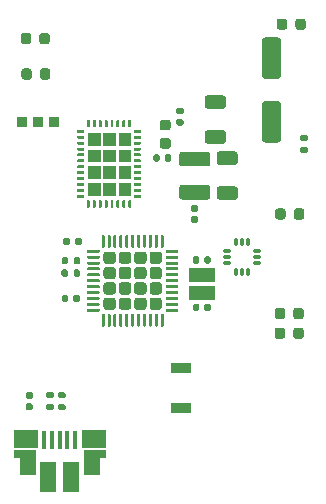
<source format=gbr>
%TF.GenerationSoftware,KiCad,Pcbnew,(5.1.9)-1*%
%TF.CreationDate,2021-05-05T16:58:35+02:00*%
%TF.ProjectId,Driverino,44726976-6572-4696-9e6f-2e6b69636164,rev?*%
%TF.SameCoordinates,Original*%
%TF.FileFunction,Paste,Top*%
%TF.FilePolarity,Positive*%
%FSLAX46Y46*%
G04 Gerber Fmt 4.6, Leading zero omitted, Abs format (unit mm)*
G04 Created by KiCad (PCBNEW (5.1.9)-1) date 2021-05-05 16:58:35*
%MOMM*%
%LPD*%
G01*
G04 APERTURE LIST*
%ADD10C,0.100000*%
%ADD11R,0.900000X0.900000*%
%ADD12R,2.200000X1.150000*%
%ADD13R,1.350000X2.000000*%
%ADD14R,1.825000X0.700000*%
%ADD15R,2.000000X1.500000*%
%ADD16R,0.400000X1.650000*%
%ADD17R,1.430000X2.500000*%
%ADD18R,1.700000X0.900000*%
%ADD19O,0.800000X0.300000*%
%ADD20O,0.300000X0.800000*%
G04 APERTURE END LIST*
D10*
%TO.C,U3*%
G36*
X140000000Y-90600000D02*
G01*
X141000000Y-90600000D01*
X141000000Y-91600000D01*
X140000000Y-91600000D01*
X140000000Y-90600000D01*
G37*
X140000000Y-90600000D02*
X141000000Y-90600000D01*
X141000000Y-91600000D01*
X140000000Y-91600000D01*
X140000000Y-90600000D01*
G36*
X141300000Y-90600000D02*
G01*
X142300000Y-90600000D01*
X142300000Y-91600000D01*
X141300000Y-91600000D01*
X141300000Y-90600000D01*
G37*
X141300000Y-90600000D02*
X142300000Y-90600000D01*
X142300000Y-91600000D01*
X141300000Y-91600000D01*
X141300000Y-90600000D01*
G36*
X138700000Y-90600000D02*
G01*
X139700000Y-90600000D01*
X139700000Y-91600000D01*
X138700000Y-91600000D01*
X138700000Y-90600000D01*
G37*
X138700000Y-90600000D02*
X139700000Y-90600000D01*
X139700000Y-91600000D01*
X138700000Y-91600000D01*
X138700000Y-90600000D01*
G36*
X138700000Y-89200000D02*
G01*
X139700000Y-89200000D01*
X139700000Y-90200000D01*
X138700000Y-90200000D01*
X138700000Y-89200000D01*
G37*
X138700000Y-89200000D02*
X139700000Y-89200000D01*
X139700000Y-90200000D01*
X138700000Y-90200000D01*
X138700000Y-89200000D01*
G36*
X140000000Y-89200000D02*
G01*
X141000000Y-89200000D01*
X141000000Y-90200000D01*
X140000000Y-90200000D01*
X140000000Y-89200000D01*
G37*
X140000000Y-89200000D02*
X141000000Y-89200000D01*
X141000000Y-90200000D01*
X140000000Y-90200000D01*
X140000000Y-89200000D01*
G36*
X141300000Y-89200000D02*
G01*
X142300000Y-89200000D01*
X142300000Y-90200000D01*
X141300000Y-90200000D01*
X141300000Y-89200000D01*
G37*
X141300000Y-89200000D02*
X142300000Y-89200000D01*
X142300000Y-90200000D01*
X141300000Y-90200000D01*
X141300000Y-89200000D01*
G36*
X138700000Y-87800000D02*
G01*
X139700000Y-87800000D01*
X139700000Y-88800000D01*
X138700000Y-88800000D01*
X138700000Y-87800000D01*
G37*
X138700000Y-87800000D02*
X139700000Y-87800000D01*
X139700000Y-88800000D01*
X138700000Y-88800000D01*
X138700000Y-87800000D01*
G36*
X140000000Y-87800000D02*
G01*
X141000000Y-87800000D01*
X141000000Y-88800000D01*
X140000000Y-88800000D01*
X140000000Y-87800000D01*
G37*
X140000000Y-87800000D02*
X141000000Y-87800000D01*
X141000000Y-88800000D01*
X140000000Y-88800000D01*
X140000000Y-87800000D01*
G36*
X141300000Y-87800000D02*
G01*
X142300000Y-87800000D01*
X142300000Y-88800000D01*
X141300000Y-88800000D01*
X141300000Y-87800000D01*
G37*
X141300000Y-87800000D02*
X142300000Y-87800000D01*
X142300000Y-88800000D01*
X141300000Y-88800000D01*
X141300000Y-87800000D01*
G36*
X138700000Y-86400000D02*
G01*
X139700000Y-86400000D01*
X139700000Y-87400000D01*
X138700000Y-87400000D01*
X138700000Y-86400000D01*
G37*
X138700000Y-86400000D02*
X139700000Y-86400000D01*
X139700000Y-87400000D01*
X138700000Y-87400000D01*
X138700000Y-86400000D01*
G36*
X141300000Y-86400000D02*
G01*
X142300000Y-86400000D01*
X142300000Y-87400000D01*
X141300000Y-87400000D01*
X141300000Y-86400000D01*
G37*
X141300000Y-86400000D02*
X142300000Y-86400000D01*
X142300000Y-87400000D01*
X141300000Y-87400000D01*
X141300000Y-86400000D01*
G36*
X140000000Y-86400000D02*
G01*
X141000000Y-86400000D01*
X141000000Y-87400000D01*
X140000000Y-87400000D01*
X140000000Y-86400000D01*
G37*
X140000000Y-86400000D02*
X141000000Y-86400000D01*
X141000000Y-87400000D01*
X140000000Y-87400000D01*
X140000000Y-86400000D01*
%TD*%
%TO.C,F1*%
G36*
G01*
X133577500Y-109290000D02*
X133922500Y-109290000D01*
G75*
G02*
X134070000Y-109437500I0J-147500D01*
G01*
X134070000Y-109732500D01*
G75*
G02*
X133922500Y-109880000I-147500J0D01*
G01*
X133577500Y-109880000D01*
G75*
G02*
X133430000Y-109732500I0J147500D01*
G01*
X133430000Y-109437500D01*
G75*
G02*
X133577500Y-109290000I147500J0D01*
G01*
G37*
G36*
G01*
X133577500Y-108320000D02*
X133922500Y-108320000D01*
G75*
G02*
X134070000Y-108467500I0J-147500D01*
G01*
X134070000Y-108762500D01*
G75*
G02*
X133922500Y-108910000I-147500J0D01*
G01*
X133577500Y-108910000D01*
G75*
G02*
X133430000Y-108762500I0J147500D01*
G01*
X133430000Y-108467500D01*
G75*
G02*
X133577500Y-108320000I147500J0D01*
G01*
G37*
%TD*%
D11*
%TO.C,JP2*%
X133100000Y-85450000D03*
X135800000Y-85450000D03*
X134450000Y-85450000D03*
%TD*%
D12*
%TO.C,Y1*%
X148350000Y-98375000D03*
X148350000Y-99925000D03*
%TD*%
%TO.C,U3*%
G36*
G01*
X142650000Y-91625000D02*
X143150000Y-91625000D01*
G75*
G02*
X143200000Y-91675000I0J-50000D01*
G01*
X143200000Y-91825000D01*
G75*
G02*
X143150000Y-91875000I-50000J0D01*
G01*
X142650000Y-91875000D01*
G75*
G02*
X142600000Y-91825000I0J50000D01*
G01*
X142600000Y-91675000D01*
G75*
G02*
X142650000Y-91625000I50000J0D01*
G01*
G37*
G36*
G01*
X142650000Y-91125000D02*
X143150000Y-91125000D01*
G75*
G02*
X143200000Y-91175000I0J-50000D01*
G01*
X143200000Y-91325000D01*
G75*
G02*
X143150000Y-91375000I-50000J0D01*
G01*
X142650000Y-91375000D01*
G75*
G02*
X142600000Y-91325000I0J50000D01*
G01*
X142600000Y-91175000D01*
G75*
G02*
X142650000Y-91125000I50000J0D01*
G01*
G37*
G36*
G01*
X142650000Y-90625000D02*
X143150000Y-90625000D01*
G75*
G02*
X143200000Y-90675000I0J-50000D01*
G01*
X143200000Y-90825000D01*
G75*
G02*
X143150000Y-90875000I-50000J0D01*
G01*
X142650000Y-90875000D01*
G75*
G02*
X142600000Y-90825000I0J50000D01*
G01*
X142600000Y-90675000D01*
G75*
G02*
X142650000Y-90625000I50000J0D01*
G01*
G37*
G36*
G01*
X142650000Y-90125000D02*
X143150000Y-90125000D01*
G75*
G02*
X143200000Y-90175000I0J-50000D01*
G01*
X143200000Y-90325000D01*
G75*
G02*
X143150000Y-90375000I-50000J0D01*
G01*
X142650000Y-90375000D01*
G75*
G02*
X142600000Y-90325000I0J50000D01*
G01*
X142600000Y-90175000D01*
G75*
G02*
X142650000Y-90125000I50000J0D01*
G01*
G37*
G36*
G01*
X142650000Y-89625000D02*
X143150000Y-89625000D01*
G75*
G02*
X143200000Y-89675000I0J-50000D01*
G01*
X143200000Y-89825000D01*
G75*
G02*
X143150000Y-89875000I-50000J0D01*
G01*
X142650000Y-89875000D01*
G75*
G02*
X142600000Y-89825000I0J50000D01*
G01*
X142600000Y-89675000D01*
G75*
G02*
X142650000Y-89625000I50000J0D01*
G01*
G37*
G36*
G01*
X142650000Y-89125000D02*
X143150000Y-89125000D01*
G75*
G02*
X143200000Y-89175000I0J-50000D01*
G01*
X143200000Y-89325000D01*
G75*
G02*
X143150000Y-89375000I-50000J0D01*
G01*
X142650000Y-89375000D01*
G75*
G02*
X142600000Y-89325000I0J50000D01*
G01*
X142600000Y-89175000D01*
G75*
G02*
X142650000Y-89125000I50000J0D01*
G01*
G37*
G36*
G01*
X142650000Y-88625000D02*
X143150000Y-88625000D01*
G75*
G02*
X143200000Y-88675000I0J-50000D01*
G01*
X143200000Y-88825000D01*
G75*
G02*
X143150000Y-88875000I-50000J0D01*
G01*
X142650000Y-88875000D01*
G75*
G02*
X142600000Y-88825000I0J50000D01*
G01*
X142600000Y-88675000D01*
G75*
G02*
X142650000Y-88625000I50000J0D01*
G01*
G37*
G36*
G01*
X142650000Y-88125000D02*
X143150000Y-88125000D01*
G75*
G02*
X143200000Y-88175000I0J-50000D01*
G01*
X143200000Y-88325000D01*
G75*
G02*
X143150000Y-88375000I-50000J0D01*
G01*
X142650000Y-88375000D01*
G75*
G02*
X142600000Y-88325000I0J50000D01*
G01*
X142600000Y-88175000D01*
G75*
G02*
X142650000Y-88125000I50000J0D01*
G01*
G37*
G36*
G01*
X142650000Y-87625000D02*
X143150000Y-87625000D01*
G75*
G02*
X143200000Y-87675000I0J-50000D01*
G01*
X143200000Y-87825000D01*
G75*
G02*
X143150000Y-87875000I-50000J0D01*
G01*
X142650000Y-87875000D01*
G75*
G02*
X142600000Y-87825000I0J50000D01*
G01*
X142600000Y-87675000D01*
G75*
G02*
X142650000Y-87625000I50000J0D01*
G01*
G37*
G36*
G01*
X142650000Y-87125000D02*
X143150000Y-87125000D01*
G75*
G02*
X143200000Y-87175000I0J-50000D01*
G01*
X143200000Y-87325000D01*
G75*
G02*
X143150000Y-87375000I-50000J0D01*
G01*
X142650000Y-87375000D01*
G75*
G02*
X142600000Y-87325000I0J50000D01*
G01*
X142600000Y-87175000D01*
G75*
G02*
X142650000Y-87125000I50000J0D01*
G01*
G37*
G36*
G01*
X142650000Y-86625000D02*
X143150000Y-86625000D01*
G75*
G02*
X143200000Y-86675000I0J-50000D01*
G01*
X143200000Y-86825000D01*
G75*
G02*
X143150000Y-86875000I-50000J0D01*
G01*
X142650000Y-86875000D01*
G75*
G02*
X142600000Y-86825000I0J50000D01*
G01*
X142600000Y-86675000D01*
G75*
G02*
X142650000Y-86625000I50000J0D01*
G01*
G37*
G36*
G01*
X142650000Y-86125000D02*
X143150000Y-86125000D01*
G75*
G02*
X143200000Y-86175000I0J-50000D01*
G01*
X143200000Y-86325000D01*
G75*
G02*
X143150000Y-86375000I-50000J0D01*
G01*
X142650000Y-86375000D01*
G75*
G02*
X142600000Y-86325000I0J50000D01*
G01*
X142600000Y-86175000D01*
G75*
G02*
X142650000Y-86125000I50000J0D01*
G01*
G37*
G36*
G01*
X142125000Y-85850000D02*
X142125000Y-85350000D01*
G75*
G02*
X142175000Y-85300000I50000J0D01*
G01*
X142325000Y-85300000D01*
G75*
G02*
X142375000Y-85350000I0J-50000D01*
G01*
X142375000Y-85850000D01*
G75*
G02*
X142325000Y-85900000I-50000J0D01*
G01*
X142175000Y-85900000D01*
G75*
G02*
X142125000Y-85850000I0J50000D01*
G01*
G37*
G36*
G01*
X141625000Y-85850000D02*
X141625000Y-85350000D01*
G75*
G02*
X141675000Y-85300000I50000J0D01*
G01*
X141825000Y-85300000D01*
G75*
G02*
X141875000Y-85350000I0J-50000D01*
G01*
X141875000Y-85850000D01*
G75*
G02*
X141825000Y-85900000I-50000J0D01*
G01*
X141675000Y-85900000D01*
G75*
G02*
X141625000Y-85850000I0J50000D01*
G01*
G37*
G36*
G01*
X141125000Y-85850000D02*
X141125000Y-85350000D01*
G75*
G02*
X141175000Y-85300000I50000J0D01*
G01*
X141325000Y-85300000D01*
G75*
G02*
X141375000Y-85350000I0J-50000D01*
G01*
X141375000Y-85850000D01*
G75*
G02*
X141325000Y-85900000I-50000J0D01*
G01*
X141175000Y-85900000D01*
G75*
G02*
X141125000Y-85850000I0J50000D01*
G01*
G37*
G36*
G01*
X140625000Y-85850000D02*
X140625000Y-85350000D01*
G75*
G02*
X140675000Y-85300000I50000J0D01*
G01*
X140825000Y-85300000D01*
G75*
G02*
X140875000Y-85350000I0J-50000D01*
G01*
X140875000Y-85850000D01*
G75*
G02*
X140825000Y-85900000I-50000J0D01*
G01*
X140675000Y-85900000D01*
G75*
G02*
X140625000Y-85850000I0J50000D01*
G01*
G37*
G36*
G01*
X140125000Y-85850000D02*
X140125000Y-85350000D01*
G75*
G02*
X140175000Y-85300000I50000J0D01*
G01*
X140325000Y-85300000D01*
G75*
G02*
X140375000Y-85350000I0J-50000D01*
G01*
X140375000Y-85850000D01*
G75*
G02*
X140325000Y-85900000I-50000J0D01*
G01*
X140175000Y-85900000D01*
G75*
G02*
X140125000Y-85850000I0J50000D01*
G01*
G37*
G36*
G01*
X139625000Y-85850000D02*
X139625000Y-85350000D01*
G75*
G02*
X139675000Y-85300000I50000J0D01*
G01*
X139825000Y-85300000D01*
G75*
G02*
X139875000Y-85350000I0J-50000D01*
G01*
X139875000Y-85850000D01*
G75*
G02*
X139825000Y-85900000I-50000J0D01*
G01*
X139675000Y-85900000D01*
G75*
G02*
X139625000Y-85850000I0J50000D01*
G01*
G37*
G36*
G01*
X139125000Y-85850000D02*
X139125000Y-85350000D01*
G75*
G02*
X139175000Y-85300000I50000J0D01*
G01*
X139325000Y-85300000D01*
G75*
G02*
X139375000Y-85350000I0J-50000D01*
G01*
X139375000Y-85850000D01*
G75*
G02*
X139325000Y-85900000I-50000J0D01*
G01*
X139175000Y-85900000D01*
G75*
G02*
X139125000Y-85850000I0J50000D01*
G01*
G37*
G36*
G01*
X138625000Y-85850000D02*
X138625000Y-85350000D01*
G75*
G02*
X138675000Y-85300000I50000J0D01*
G01*
X138825000Y-85300000D01*
G75*
G02*
X138875000Y-85350000I0J-50000D01*
G01*
X138875000Y-85850000D01*
G75*
G02*
X138825000Y-85900000I-50000J0D01*
G01*
X138675000Y-85900000D01*
G75*
G02*
X138625000Y-85850000I0J50000D01*
G01*
G37*
G36*
G01*
X137850000Y-86125000D02*
X138350000Y-86125000D01*
G75*
G02*
X138400000Y-86175000I0J-50000D01*
G01*
X138400000Y-86325000D01*
G75*
G02*
X138350000Y-86375000I-50000J0D01*
G01*
X137850000Y-86375000D01*
G75*
G02*
X137800000Y-86325000I0J50000D01*
G01*
X137800000Y-86175000D01*
G75*
G02*
X137850000Y-86125000I50000J0D01*
G01*
G37*
G36*
G01*
X137850000Y-86625000D02*
X138350000Y-86625000D01*
G75*
G02*
X138400000Y-86675000I0J-50000D01*
G01*
X138400000Y-86825000D01*
G75*
G02*
X138350000Y-86875000I-50000J0D01*
G01*
X137850000Y-86875000D01*
G75*
G02*
X137800000Y-86825000I0J50000D01*
G01*
X137800000Y-86675000D01*
G75*
G02*
X137850000Y-86625000I50000J0D01*
G01*
G37*
G36*
G01*
X137850000Y-87125000D02*
X138350000Y-87125000D01*
G75*
G02*
X138400000Y-87175000I0J-50000D01*
G01*
X138400000Y-87325000D01*
G75*
G02*
X138350000Y-87375000I-50000J0D01*
G01*
X137850000Y-87375000D01*
G75*
G02*
X137800000Y-87325000I0J50000D01*
G01*
X137800000Y-87175000D01*
G75*
G02*
X137850000Y-87125000I50000J0D01*
G01*
G37*
G36*
G01*
X137850000Y-87625000D02*
X138350000Y-87625000D01*
G75*
G02*
X138400000Y-87675000I0J-50000D01*
G01*
X138400000Y-87825000D01*
G75*
G02*
X138350000Y-87875000I-50000J0D01*
G01*
X137850000Y-87875000D01*
G75*
G02*
X137800000Y-87825000I0J50000D01*
G01*
X137800000Y-87675000D01*
G75*
G02*
X137850000Y-87625000I50000J0D01*
G01*
G37*
G36*
G01*
X137850000Y-88125000D02*
X138350000Y-88125000D01*
G75*
G02*
X138400000Y-88175000I0J-50000D01*
G01*
X138400000Y-88325000D01*
G75*
G02*
X138350000Y-88375000I-50000J0D01*
G01*
X137850000Y-88375000D01*
G75*
G02*
X137800000Y-88325000I0J50000D01*
G01*
X137800000Y-88175000D01*
G75*
G02*
X137850000Y-88125000I50000J0D01*
G01*
G37*
G36*
G01*
X137850000Y-88625000D02*
X138350000Y-88625000D01*
G75*
G02*
X138400000Y-88675000I0J-50000D01*
G01*
X138400000Y-88825000D01*
G75*
G02*
X138350000Y-88875000I-50000J0D01*
G01*
X137850000Y-88875000D01*
G75*
G02*
X137800000Y-88825000I0J50000D01*
G01*
X137800000Y-88675000D01*
G75*
G02*
X137850000Y-88625000I50000J0D01*
G01*
G37*
G36*
G01*
X137850000Y-89125000D02*
X138350000Y-89125000D01*
G75*
G02*
X138400000Y-89175000I0J-50000D01*
G01*
X138400000Y-89325000D01*
G75*
G02*
X138350000Y-89375000I-50000J0D01*
G01*
X137850000Y-89375000D01*
G75*
G02*
X137800000Y-89325000I0J50000D01*
G01*
X137800000Y-89175000D01*
G75*
G02*
X137850000Y-89125000I50000J0D01*
G01*
G37*
G36*
G01*
X137850000Y-89625000D02*
X138350000Y-89625000D01*
G75*
G02*
X138400000Y-89675000I0J-50000D01*
G01*
X138400000Y-89825000D01*
G75*
G02*
X138350000Y-89875000I-50000J0D01*
G01*
X137850000Y-89875000D01*
G75*
G02*
X137800000Y-89825000I0J50000D01*
G01*
X137800000Y-89675000D01*
G75*
G02*
X137850000Y-89625000I50000J0D01*
G01*
G37*
G36*
G01*
X137850000Y-90125000D02*
X138350000Y-90125000D01*
G75*
G02*
X138400000Y-90175000I0J-50000D01*
G01*
X138400000Y-90325000D01*
G75*
G02*
X138350000Y-90375000I-50000J0D01*
G01*
X137850000Y-90375000D01*
G75*
G02*
X137800000Y-90325000I0J50000D01*
G01*
X137800000Y-90175000D01*
G75*
G02*
X137850000Y-90125000I50000J0D01*
G01*
G37*
G36*
G01*
X137850000Y-90625000D02*
X138350000Y-90625000D01*
G75*
G02*
X138400000Y-90675000I0J-50000D01*
G01*
X138400000Y-90825000D01*
G75*
G02*
X138350000Y-90875000I-50000J0D01*
G01*
X137850000Y-90875000D01*
G75*
G02*
X137800000Y-90825000I0J50000D01*
G01*
X137800000Y-90675000D01*
G75*
G02*
X137850000Y-90625000I50000J0D01*
G01*
G37*
G36*
G01*
X137850000Y-91125000D02*
X138350000Y-91125000D01*
G75*
G02*
X138400000Y-91175000I0J-50000D01*
G01*
X138400000Y-91325000D01*
G75*
G02*
X138350000Y-91375000I-50000J0D01*
G01*
X137850000Y-91375000D01*
G75*
G02*
X137800000Y-91325000I0J50000D01*
G01*
X137800000Y-91175000D01*
G75*
G02*
X137850000Y-91125000I50000J0D01*
G01*
G37*
G36*
G01*
X137850000Y-91625000D02*
X138350000Y-91625000D01*
G75*
G02*
X138400000Y-91675000I0J-50000D01*
G01*
X138400000Y-91825000D01*
G75*
G02*
X138350000Y-91875000I-50000J0D01*
G01*
X137850000Y-91875000D01*
G75*
G02*
X137800000Y-91825000I0J50000D01*
G01*
X137800000Y-91675000D01*
G75*
G02*
X137850000Y-91625000I50000J0D01*
G01*
G37*
G36*
G01*
X138625000Y-92650000D02*
X138625000Y-92150000D01*
G75*
G02*
X138675000Y-92100000I50000J0D01*
G01*
X138825000Y-92100000D01*
G75*
G02*
X138875000Y-92150000I0J-50000D01*
G01*
X138875000Y-92650000D01*
G75*
G02*
X138825000Y-92700000I-50000J0D01*
G01*
X138675000Y-92700000D01*
G75*
G02*
X138625000Y-92650000I0J50000D01*
G01*
G37*
G36*
G01*
X139125000Y-92650000D02*
X139125000Y-92150000D01*
G75*
G02*
X139175000Y-92100000I50000J0D01*
G01*
X139325000Y-92100000D01*
G75*
G02*
X139375000Y-92150000I0J-50000D01*
G01*
X139375000Y-92650000D01*
G75*
G02*
X139325000Y-92700000I-50000J0D01*
G01*
X139175000Y-92700000D01*
G75*
G02*
X139125000Y-92650000I0J50000D01*
G01*
G37*
G36*
G01*
X139625000Y-92650000D02*
X139625000Y-92150000D01*
G75*
G02*
X139675000Y-92100000I50000J0D01*
G01*
X139825000Y-92100000D01*
G75*
G02*
X139875000Y-92150000I0J-50000D01*
G01*
X139875000Y-92650000D01*
G75*
G02*
X139825000Y-92700000I-50000J0D01*
G01*
X139675000Y-92700000D01*
G75*
G02*
X139625000Y-92650000I0J50000D01*
G01*
G37*
G36*
G01*
X140125000Y-92650000D02*
X140125000Y-92150000D01*
G75*
G02*
X140175000Y-92100000I50000J0D01*
G01*
X140325000Y-92100000D01*
G75*
G02*
X140375000Y-92150000I0J-50000D01*
G01*
X140375000Y-92650000D01*
G75*
G02*
X140325000Y-92700000I-50000J0D01*
G01*
X140175000Y-92700000D01*
G75*
G02*
X140125000Y-92650000I0J50000D01*
G01*
G37*
G36*
G01*
X140625000Y-92650000D02*
X140625000Y-92150000D01*
G75*
G02*
X140675000Y-92100000I50000J0D01*
G01*
X140825000Y-92100000D01*
G75*
G02*
X140875000Y-92150000I0J-50000D01*
G01*
X140875000Y-92650000D01*
G75*
G02*
X140825000Y-92700000I-50000J0D01*
G01*
X140675000Y-92700000D01*
G75*
G02*
X140625000Y-92650000I0J50000D01*
G01*
G37*
G36*
G01*
X141125000Y-92650000D02*
X141125000Y-92150000D01*
G75*
G02*
X141175000Y-92100000I50000J0D01*
G01*
X141325000Y-92100000D01*
G75*
G02*
X141375000Y-92150000I0J-50000D01*
G01*
X141375000Y-92650000D01*
G75*
G02*
X141325000Y-92700000I-50000J0D01*
G01*
X141175000Y-92700000D01*
G75*
G02*
X141125000Y-92650000I0J50000D01*
G01*
G37*
G36*
G01*
X141625000Y-92650000D02*
X141625000Y-92150000D01*
G75*
G02*
X141675000Y-92100000I50000J0D01*
G01*
X141825000Y-92100000D01*
G75*
G02*
X141875000Y-92150000I0J-50000D01*
G01*
X141875000Y-92650000D01*
G75*
G02*
X141825000Y-92700000I-50000J0D01*
G01*
X141675000Y-92700000D01*
G75*
G02*
X141625000Y-92650000I0J50000D01*
G01*
G37*
G36*
G01*
X142125000Y-92650000D02*
X142125000Y-92150000D01*
G75*
G02*
X142175000Y-92100000I50000J0D01*
G01*
X142325000Y-92100000D01*
G75*
G02*
X142375000Y-92150000I0J-50000D01*
G01*
X142375000Y-92650000D01*
G75*
G02*
X142325000Y-92700000I-50000J0D01*
G01*
X142175000Y-92700000D01*
G75*
G02*
X142125000Y-92650000I0J50000D01*
G01*
G37*
%TD*%
%TO.C,C8*%
G36*
G01*
X136490000Y-100570000D02*
X136490000Y-100230000D01*
G75*
G02*
X136630000Y-100090000I140000J0D01*
G01*
X136910000Y-100090000D01*
G75*
G02*
X137050000Y-100230000I0J-140000D01*
G01*
X137050000Y-100570000D01*
G75*
G02*
X136910000Y-100710000I-140000J0D01*
G01*
X136630000Y-100710000D01*
G75*
G02*
X136490000Y-100570000I0J140000D01*
G01*
G37*
G36*
G01*
X137450000Y-100570000D02*
X137450000Y-100230000D01*
G75*
G02*
X137590000Y-100090000I140000J0D01*
G01*
X137870000Y-100090000D01*
G75*
G02*
X138010000Y-100230000I0J-140000D01*
G01*
X138010000Y-100570000D01*
G75*
G02*
X137870000Y-100710000I-140000J0D01*
G01*
X137590000Y-100710000D01*
G75*
G02*
X137450000Y-100570000I0J140000D01*
G01*
G37*
%TD*%
%TO.C,C10*%
G36*
G01*
X147590000Y-101320000D02*
X147590000Y-100980000D01*
G75*
G02*
X147730000Y-100840000I140000J0D01*
G01*
X148010000Y-100840000D01*
G75*
G02*
X148150000Y-100980000I0J-140000D01*
G01*
X148150000Y-101320000D01*
G75*
G02*
X148010000Y-101460000I-140000J0D01*
G01*
X147730000Y-101460000D01*
G75*
G02*
X147590000Y-101320000I0J140000D01*
G01*
G37*
G36*
G01*
X148550000Y-101320000D02*
X148550000Y-100980000D01*
G75*
G02*
X148690000Y-100840000I140000J0D01*
G01*
X148970000Y-100840000D01*
G75*
G02*
X149110000Y-100980000I0J-140000D01*
G01*
X149110000Y-101320000D01*
G75*
G02*
X148970000Y-101460000I-140000J0D01*
G01*
X148690000Y-101460000D01*
G75*
G02*
X148550000Y-101320000I0J140000D01*
G01*
G37*
%TD*%
%TO.C,C11*%
G36*
G01*
X148550000Y-97320000D02*
X148550000Y-96980000D01*
G75*
G02*
X148690000Y-96840000I140000J0D01*
G01*
X148970000Y-96840000D01*
G75*
G02*
X149110000Y-96980000I0J-140000D01*
G01*
X149110000Y-97320000D01*
G75*
G02*
X148970000Y-97460000I-140000J0D01*
G01*
X148690000Y-97460000D01*
G75*
G02*
X148550000Y-97320000I0J140000D01*
G01*
G37*
G36*
G01*
X147590000Y-97320000D02*
X147590000Y-96980000D01*
G75*
G02*
X147730000Y-96840000I140000J0D01*
G01*
X148010000Y-96840000D01*
G75*
G02*
X148150000Y-96980000I0J-140000D01*
G01*
X148150000Y-97320000D01*
G75*
G02*
X148010000Y-97460000I-140000J0D01*
G01*
X147730000Y-97460000D01*
G75*
G02*
X147590000Y-97320000I0J140000D01*
G01*
G37*
%TD*%
%TO.C,C17*%
G36*
G01*
X154800000Y-87200000D02*
X153700000Y-87200000D01*
G75*
G02*
X153450000Y-86950000I0J250000D01*
G01*
X153450000Y-83950000D01*
G75*
G02*
X153700000Y-83700000I250000J0D01*
G01*
X154800000Y-83700000D01*
G75*
G02*
X155050000Y-83950000I0J-250000D01*
G01*
X155050000Y-86950000D01*
G75*
G02*
X154800000Y-87200000I-250000J0D01*
G01*
G37*
G36*
G01*
X154800000Y-81800000D02*
X153700000Y-81800000D01*
G75*
G02*
X153450000Y-81550000I0J250000D01*
G01*
X153450000Y-78550000D01*
G75*
G02*
X153700000Y-78300000I250000J0D01*
G01*
X154800000Y-78300000D01*
G75*
G02*
X155050000Y-78550000I0J-250000D01*
G01*
X155050000Y-81550000D01*
G75*
G02*
X154800000Y-81800000I-250000J0D01*
G01*
G37*
%TD*%
%TO.C,C18*%
G36*
G01*
X150150001Y-84350000D02*
X148849999Y-84350000D01*
G75*
G02*
X148600000Y-84100001I0J249999D01*
G01*
X148600000Y-83449999D01*
G75*
G02*
X148849999Y-83200000I249999J0D01*
G01*
X150150001Y-83200000D01*
G75*
G02*
X150400000Y-83449999I0J-249999D01*
G01*
X150400000Y-84100001D01*
G75*
G02*
X150150001Y-84350000I-249999J0D01*
G01*
G37*
G36*
G01*
X150150001Y-87300000D02*
X148849999Y-87300000D01*
G75*
G02*
X148600000Y-87050001I0J249999D01*
G01*
X148600000Y-86399999D01*
G75*
G02*
X148849999Y-86150000I249999J0D01*
G01*
X150150001Y-86150000D01*
G75*
G02*
X150400000Y-86399999I0J-249999D01*
G01*
X150400000Y-87050001D01*
G75*
G02*
X150150001Y-87300000I-249999J0D01*
G01*
G37*
%TD*%
%TO.C,C19*%
G36*
G01*
X145500000Y-87725000D02*
X145000000Y-87725000D01*
G75*
G02*
X144775000Y-87500000I0J225000D01*
G01*
X144775000Y-87050000D01*
G75*
G02*
X145000000Y-86825000I225000J0D01*
G01*
X145500000Y-86825000D01*
G75*
G02*
X145725000Y-87050000I0J-225000D01*
G01*
X145725000Y-87500000D01*
G75*
G02*
X145500000Y-87725000I-225000J0D01*
G01*
G37*
G36*
G01*
X145500000Y-86175000D02*
X145000000Y-86175000D01*
G75*
G02*
X144775000Y-85950000I0J225000D01*
G01*
X144775000Y-85500000D01*
G75*
G02*
X145000000Y-85275000I225000J0D01*
G01*
X145500000Y-85275000D01*
G75*
G02*
X145725000Y-85500000I0J-225000D01*
G01*
X145725000Y-85950000D01*
G75*
G02*
X145500000Y-86175000I-225000J0D01*
G01*
G37*
%TD*%
%TO.C,C20*%
G36*
G01*
X146670000Y-85760000D02*
X146330000Y-85760000D01*
G75*
G02*
X146190000Y-85620000I0J140000D01*
G01*
X146190000Y-85340000D01*
G75*
G02*
X146330000Y-85200000I140000J0D01*
G01*
X146670000Y-85200000D01*
G75*
G02*
X146810000Y-85340000I0J-140000D01*
G01*
X146810000Y-85620000D01*
G75*
G02*
X146670000Y-85760000I-140000J0D01*
G01*
G37*
G36*
G01*
X146670000Y-84800000D02*
X146330000Y-84800000D01*
G75*
G02*
X146190000Y-84660000I0J140000D01*
G01*
X146190000Y-84380000D01*
G75*
G02*
X146330000Y-84240000I140000J0D01*
G01*
X146670000Y-84240000D01*
G75*
G02*
X146810000Y-84380000I0J-140000D01*
G01*
X146810000Y-84660000D01*
G75*
G02*
X146670000Y-84800000I-140000J0D01*
G01*
G37*
%TD*%
%TO.C,C21*%
G36*
G01*
X145200000Y-88670000D02*
X145200000Y-88330000D01*
G75*
G02*
X145340000Y-88190000I140000J0D01*
G01*
X145620000Y-88190000D01*
G75*
G02*
X145760000Y-88330000I0J-140000D01*
G01*
X145760000Y-88670000D01*
G75*
G02*
X145620000Y-88810000I-140000J0D01*
G01*
X145340000Y-88810000D01*
G75*
G02*
X145200000Y-88670000I0J140000D01*
G01*
G37*
G36*
G01*
X144240000Y-88670000D02*
X144240000Y-88330000D01*
G75*
G02*
X144380000Y-88190000I140000J0D01*
G01*
X144660000Y-88190000D01*
G75*
G02*
X144800000Y-88330000I0J-140000D01*
G01*
X144800000Y-88670000D01*
G75*
G02*
X144660000Y-88810000I-140000J0D01*
G01*
X144380000Y-88810000D01*
G75*
G02*
X144240000Y-88670000I0J140000D01*
G01*
G37*
%TD*%
%TO.C,C22*%
G36*
G01*
X149849999Y-87950000D02*
X151150001Y-87950000D01*
G75*
G02*
X151400000Y-88199999I0J-249999D01*
G01*
X151400000Y-88850001D01*
G75*
G02*
X151150001Y-89100000I-249999J0D01*
G01*
X149849999Y-89100000D01*
G75*
G02*
X149600000Y-88850001I0J249999D01*
G01*
X149600000Y-88199999D01*
G75*
G02*
X149849999Y-87950000I249999J0D01*
G01*
G37*
G36*
G01*
X149849999Y-90900000D02*
X151150001Y-90900000D01*
G75*
G02*
X151400000Y-91149999I0J-249999D01*
G01*
X151400000Y-91800001D01*
G75*
G02*
X151150001Y-92050000I-249999J0D01*
G01*
X149849999Y-92050000D01*
G75*
G02*
X149600000Y-91800001I0J249999D01*
G01*
X149600000Y-91149999D01*
G75*
G02*
X149849999Y-90900000I249999J0D01*
G01*
G37*
%TD*%
%TO.C,D2*%
G36*
G01*
X156100000Y-101931250D02*
X156100000Y-101418750D01*
G75*
G02*
X156318750Y-101200000I218750J0D01*
G01*
X156756250Y-101200000D01*
G75*
G02*
X156975000Y-101418750I0J-218750D01*
G01*
X156975000Y-101931250D01*
G75*
G02*
X156756250Y-102150000I-218750J0D01*
G01*
X156318750Y-102150000D01*
G75*
G02*
X156100000Y-101931250I0J218750D01*
G01*
G37*
G36*
G01*
X154525000Y-101931250D02*
X154525000Y-101418750D01*
G75*
G02*
X154743750Y-101200000I218750J0D01*
G01*
X155181250Y-101200000D01*
G75*
G02*
X155400000Y-101418750I0J-218750D01*
G01*
X155400000Y-101931250D01*
G75*
G02*
X155181250Y-102150000I-218750J0D01*
G01*
X154743750Y-102150000D01*
G75*
G02*
X154525000Y-101931250I0J218750D01*
G01*
G37*
%TD*%
%TO.C,D3*%
G36*
G01*
X156150000Y-93506250D02*
X156150000Y-92993750D01*
G75*
G02*
X156368750Y-92775000I218750J0D01*
G01*
X156806250Y-92775000D01*
G75*
G02*
X157025000Y-92993750I0J-218750D01*
G01*
X157025000Y-93506250D01*
G75*
G02*
X156806250Y-93725000I-218750J0D01*
G01*
X156368750Y-93725000D01*
G75*
G02*
X156150000Y-93506250I0J218750D01*
G01*
G37*
G36*
G01*
X154575000Y-93506250D02*
X154575000Y-92993750D01*
G75*
G02*
X154793750Y-92775000I218750J0D01*
G01*
X155231250Y-92775000D01*
G75*
G02*
X155450000Y-92993750I0J-218750D01*
G01*
X155450000Y-93506250D01*
G75*
G02*
X155231250Y-93725000I-218750J0D01*
G01*
X154793750Y-93725000D01*
G75*
G02*
X154575000Y-93506250I0J218750D01*
G01*
G37*
%TD*%
%TO.C,D5*%
G36*
G01*
X135475000Y-78143750D02*
X135475000Y-78656250D01*
G75*
G02*
X135256250Y-78875000I-218750J0D01*
G01*
X134818750Y-78875000D01*
G75*
G02*
X134600000Y-78656250I0J218750D01*
G01*
X134600000Y-78143750D01*
G75*
G02*
X134818750Y-77925000I218750J0D01*
G01*
X135256250Y-77925000D01*
G75*
G02*
X135475000Y-78143750I0J-218750D01*
G01*
G37*
G36*
G01*
X133900000Y-78143750D02*
X133900000Y-78656250D01*
G75*
G02*
X133681250Y-78875000I-218750J0D01*
G01*
X133243750Y-78875000D01*
G75*
G02*
X133025000Y-78656250I0J218750D01*
G01*
X133025000Y-78143750D01*
G75*
G02*
X133243750Y-77925000I218750J0D01*
G01*
X133681250Y-77925000D01*
G75*
G02*
X133900000Y-78143750I0J-218750D01*
G01*
G37*
%TD*%
%TO.C,D6*%
G36*
G01*
X154525000Y-103606250D02*
X154525000Y-103093750D01*
G75*
G02*
X154743750Y-102875000I218750J0D01*
G01*
X155181250Y-102875000D01*
G75*
G02*
X155400000Y-103093750I0J-218750D01*
G01*
X155400000Y-103606250D01*
G75*
G02*
X155181250Y-103825000I-218750J0D01*
G01*
X154743750Y-103825000D01*
G75*
G02*
X154525000Y-103606250I0J218750D01*
G01*
G37*
G36*
G01*
X156100000Y-103606250D02*
X156100000Y-103093750D01*
G75*
G02*
X156318750Y-102875000I218750J0D01*
G01*
X156756250Y-102875000D01*
G75*
G02*
X156975000Y-103093750I0J-218750D01*
G01*
X156975000Y-103606250D01*
G75*
G02*
X156756250Y-103825000I-218750J0D01*
G01*
X156318750Y-103825000D01*
G75*
G02*
X156100000Y-103606250I0J218750D01*
G01*
G37*
%TD*%
%TO.C,D7*%
G36*
G01*
X156275000Y-77431250D02*
X156275000Y-76918750D01*
G75*
G02*
X156493750Y-76700000I218750J0D01*
G01*
X156931250Y-76700000D01*
G75*
G02*
X157150000Y-76918750I0J-218750D01*
G01*
X157150000Y-77431250D01*
G75*
G02*
X156931250Y-77650000I-218750J0D01*
G01*
X156493750Y-77650000D01*
G75*
G02*
X156275000Y-77431250I0J218750D01*
G01*
G37*
G36*
G01*
X154700000Y-77431250D02*
X154700000Y-76918750D01*
G75*
G02*
X154918750Y-76700000I218750J0D01*
G01*
X155356250Y-76700000D01*
G75*
G02*
X155575000Y-76918750I0J-218750D01*
G01*
X155575000Y-77431250D01*
G75*
G02*
X155356250Y-77650000I-218750J0D01*
G01*
X154918750Y-77650000D01*
G75*
G02*
X154700000Y-77431250I0J218750D01*
G01*
G37*
%TD*%
%TO.C,D8*%
G36*
G01*
X135525000Y-81143750D02*
X135525000Y-81656250D01*
G75*
G02*
X135306250Y-81875000I-218750J0D01*
G01*
X134868750Y-81875000D01*
G75*
G02*
X134650000Y-81656250I0J218750D01*
G01*
X134650000Y-81143750D01*
G75*
G02*
X134868750Y-80925000I218750J0D01*
G01*
X135306250Y-80925000D01*
G75*
G02*
X135525000Y-81143750I0J-218750D01*
G01*
G37*
G36*
G01*
X133950000Y-81143750D02*
X133950000Y-81656250D01*
G75*
G02*
X133731250Y-81875000I-218750J0D01*
G01*
X133293750Y-81875000D01*
G75*
G02*
X133075000Y-81656250I0J218750D01*
G01*
X133075000Y-81143750D01*
G75*
G02*
X133293750Y-80925000I218750J0D01*
G01*
X133731250Y-80925000D01*
G75*
G02*
X133950000Y-81143750I0J-218750D01*
G01*
G37*
%TD*%
%TO.C,F2*%
G36*
G01*
X147922500Y-94030000D02*
X147577500Y-94030000D01*
G75*
G02*
X147430000Y-93882500I0J147500D01*
G01*
X147430000Y-93587500D01*
G75*
G02*
X147577500Y-93440000I147500J0D01*
G01*
X147922500Y-93440000D01*
G75*
G02*
X148070000Y-93587500I0J-147500D01*
G01*
X148070000Y-93882500D01*
G75*
G02*
X147922500Y-94030000I-147500J0D01*
G01*
G37*
G36*
G01*
X147922500Y-93060000D02*
X147577500Y-93060000D01*
G75*
G02*
X147430000Y-92912500I0J147500D01*
G01*
X147430000Y-92617500D01*
G75*
G02*
X147577500Y-92470000I147500J0D01*
G01*
X147922500Y-92470000D01*
G75*
G02*
X148070000Y-92617500I0J-147500D01*
G01*
X148070000Y-92912500D01*
G75*
G02*
X147922500Y-93060000I-147500J0D01*
G01*
G37*
%TD*%
%TO.C,L2*%
G36*
G01*
X146675000Y-87975000D02*
X148825000Y-87975000D01*
G75*
G02*
X149075000Y-88225000I0J-250000D01*
G01*
X149075000Y-88975000D01*
G75*
G02*
X148825000Y-89225000I-250000J0D01*
G01*
X146675000Y-89225000D01*
G75*
G02*
X146425000Y-88975000I0J250000D01*
G01*
X146425000Y-88225000D01*
G75*
G02*
X146675000Y-87975000I250000J0D01*
G01*
G37*
G36*
G01*
X146675000Y-90775000D02*
X148825000Y-90775000D01*
G75*
G02*
X149075000Y-91025000I0J-250000D01*
G01*
X149075000Y-91775000D01*
G75*
G02*
X148825000Y-92025000I-250000J0D01*
G01*
X146675000Y-92025000D01*
G75*
G02*
X146425000Y-91775000I0J250000D01*
G01*
X146425000Y-91025000D01*
G75*
G02*
X146675000Y-90775000I250000J0D01*
G01*
G37*
%TD*%
D13*
%TO.C,P3*%
X139075000Y-114335000D03*
X133595000Y-114335000D03*
D14*
X133375000Y-113585000D03*
X139325000Y-113585000D03*
D15*
X133475000Y-112285000D03*
X139225000Y-112265000D03*
D16*
X135025000Y-112385000D03*
X135675000Y-112385000D03*
X136325000Y-112385000D03*
X136975000Y-112385000D03*
X137625000Y-112385000D03*
D17*
X135365000Y-115535000D03*
X137285000Y-115535000D03*
%TD*%
%TO.C,R4*%
G36*
G01*
X137035000Y-97015000D02*
X137035000Y-97385000D01*
G75*
G02*
X136900000Y-97520000I-135000J0D01*
G01*
X136630000Y-97520000D01*
G75*
G02*
X136495000Y-97385000I0J135000D01*
G01*
X136495000Y-97015000D01*
G75*
G02*
X136630000Y-96880000I135000J0D01*
G01*
X136900000Y-96880000D01*
G75*
G02*
X137035000Y-97015000I0J-135000D01*
G01*
G37*
G36*
G01*
X138055000Y-97015000D02*
X138055000Y-97385000D01*
G75*
G02*
X137920000Y-97520000I-135000J0D01*
G01*
X137650000Y-97520000D01*
G75*
G02*
X137515000Y-97385000I0J135000D01*
G01*
X137515000Y-97015000D01*
G75*
G02*
X137650000Y-96880000I135000J0D01*
G01*
X137920000Y-96880000D01*
G75*
G02*
X138055000Y-97015000I0J-135000D01*
G01*
G37*
%TD*%
%TO.C,R7*%
G36*
G01*
X137640000Y-95747500D02*
X137640000Y-95377500D01*
G75*
G02*
X137775000Y-95242500I135000J0D01*
G01*
X138045000Y-95242500D01*
G75*
G02*
X138180000Y-95377500I0J-135000D01*
G01*
X138180000Y-95747500D01*
G75*
G02*
X138045000Y-95882500I-135000J0D01*
G01*
X137775000Y-95882500D01*
G75*
G02*
X137640000Y-95747500I0J135000D01*
G01*
G37*
G36*
G01*
X136620000Y-95747500D02*
X136620000Y-95377500D01*
G75*
G02*
X136755000Y-95242500I135000J0D01*
G01*
X137025000Y-95242500D01*
G75*
G02*
X137160000Y-95377500I0J-135000D01*
G01*
X137160000Y-95747500D01*
G75*
G02*
X137025000Y-95882500I-135000J0D01*
G01*
X136755000Y-95882500D01*
G75*
G02*
X136620000Y-95747500I0J135000D01*
G01*
G37*
%TD*%
%TO.C,R8*%
G36*
G01*
X138030000Y-98065000D02*
X138030000Y-98435000D01*
G75*
G02*
X137895000Y-98570000I-135000J0D01*
G01*
X137625000Y-98570000D01*
G75*
G02*
X137490000Y-98435000I0J135000D01*
G01*
X137490000Y-98065000D01*
G75*
G02*
X137625000Y-97930000I135000J0D01*
G01*
X137895000Y-97930000D01*
G75*
G02*
X138030000Y-98065000I0J-135000D01*
G01*
G37*
G36*
G01*
X137010000Y-98065000D02*
X137010000Y-98435000D01*
G75*
G02*
X136875000Y-98570000I-135000J0D01*
G01*
X136605000Y-98570000D01*
G75*
G02*
X136470000Y-98435000I0J135000D01*
G01*
X136470000Y-98065000D01*
G75*
G02*
X136605000Y-97930000I135000J0D01*
G01*
X136875000Y-97930000D01*
G75*
G02*
X137010000Y-98065000I0J-135000D01*
G01*
G37*
%TD*%
%TO.C,R12*%
G36*
G01*
X135685000Y-109880000D02*
X135315000Y-109880000D01*
G75*
G02*
X135180000Y-109745000I0J135000D01*
G01*
X135180000Y-109475000D01*
G75*
G02*
X135315000Y-109340000I135000J0D01*
G01*
X135685000Y-109340000D01*
G75*
G02*
X135820000Y-109475000I0J-135000D01*
G01*
X135820000Y-109745000D01*
G75*
G02*
X135685000Y-109880000I-135000J0D01*
G01*
G37*
G36*
G01*
X135685000Y-108860000D02*
X135315000Y-108860000D01*
G75*
G02*
X135180000Y-108725000I0J135000D01*
G01*
X135180000Y-108455000D01*
G75*
G02*
X135315000Y-108320000I135000J0D01*
G01*
X135685000Y-108320000D01*
G75*
G02*
X135820000Y-108455000I0J-135000D01*
G01*
X135820000Y-108725000D01*
G75*
G02*
X135685000Y-108860000I-135000J0D01*
G01*
G37*
%TD*%
%TO.C,R13*%
G36*
G01*
X136685000Y-109880000D02*
X136315000Y-109880000D01*
G75*
G02*
X136180000Y-109745000I0J135000D01*
G01*
X136180000Y-109475000D01*
G75*
G02*
X136315000Y-109340000I135000J0D01*
G01*
X136685000Y-109340000D01*
G75*
G02*
X136820000Y-109475000I0J-135000D01*
G01*
X136820000Y-109745000D01*
G75*
G02*
X136685000Y-109880000I-135000J0D01*
G01*
G37*
G36*
G01*
X136685000Y-108860000D02*
X136315000Y-108860000D01*
G75*
G02*
X136180000Y-108725000I0J135000D01*
G01*
X136180000Y-108455000D01*
G75*
G02*
X136315000Y-108320000I135000J0D01*
G01*
X136685000Y-108320000D01*
G75*
G02*
X136820000Y-108455000I0J-135000D01*
G01*
X136820000Y-108725000D01*
G75*
G02*
X136685000Y-108860000I-135000J0D01*
G01*
G37*
%TD*%
%TO.C,R26*%
G36*
G01*
X156815000Y-87540000D02*
X157185000Y-87540000D01*
G75*
G02*
X157320000Y-87675000I0J-135000D01*
G01*
X157320000Y-87945000D01*
G75*
G02*
X157185000Y-88080000I-135000J0D01*
G01*
X156815000Y-88080000D01*
G75*
G02*
X156680000Y-87945000I0J135000D01*
G01*
X156680000Y-87675000D01*
G75*
G02*
X156815000Y-87540000I135000J0D01*
G01*
G37*
G36*
G01*
X156815000Y-86520000D02*
X157185000Y-86520000D01*
G75*
G02*
X157320000Y-86655000I0J-135000D01*
G01*
X157320000Y-86925000D01*
G75*
G02*
X157185000Y-87060000I-135000J0D01*
G01*
X156815000Y-87060000D01*
G75*
G02*
X156680000Y-86925000I0J135000D01*
G01*
X156680000Y-86655000D01*
G75*
G02*
X156815000Y-86520000I135000J0D01*
G01*
G37*
%TD*%
D18*
%TO.C,SW1*%
X146550000Y-106250000D03*
X146550000Y-109650000D03*
%TD*%
%TO.C,U1*%
G36*
G01*
X140062500Y-102775000D02*
X139937500Y-102775000D01*
G75*
G02*
X139875000Y-102712500I0J62500D01*
G01*
X139875000Y-101762500D01*
G75*
G02*
X139937500Y-101700000I62500J0D01*
G01*
X140062500Y-101700000D01*
G75*
G02*
X140125000Y-101762500I0J-62500D01*
G01*
X140125000Y-102712500D01*
G75*
G02*
X140062500Y-102775000I-62500J0D01*
G01*
G37*
G36*
G01*
X140562500Y-102775000D02*
X140437500Y-102775000D01*
G75*
G02*
X140375000Y-102712500I0J62500D01*
G01*
X140375000Y-101762500D01*
G75*
G02*
X140437500Y-101700000I62500J0D01*
G01*
X140562500Y-101700000D01*
G75*
G02*
X140625000Y-101762500I0J-62500D01*
G01*
X140625000Y-102712500D01*
G75*
G02*
X140562500Y-102775000I-62500J0D01*
G01*
G37*
G36*
G01*
X141062500Y-102775000D02*
X140937500Y-102775000D01*
G75*
G02*
X140875000Y-102712500I0J62500D01*
G01*
X140875000Y-101762500D01*
G75*
G02*
X140937500Y-101700000I62500J0D01*
G01*
X141062500Y-101700000D01*
G75*
G02*
X141125000Y-101762500I0J-62500D01*
G01*
X141125000Y-102712500D01*
G75*
G02*
X141062500Y-102775000I-62500J0D01*
G01*
G37*
G36*
G01*
X141562500Y-102775000D02*
X141437500Y-102775000D01*
G75*
G02*
X141375000Y-102712500I0J62500D01*
G01*
X141375000Y-101762500D01*
G75*
G02*
X141437500Y-101700000I62500J0D01*
G01*
X141562500Y-101700000D01*
G75*
G02*
X141625000Y-101762500I0J-62500D01*
G01*
X141625000Y-102712500D01*
G75*
G02*
X141562500Y-102775000I-62500J0D01*
G01*
G37*
G36*
G01*
X142062500Y-102775000D02*
X141937500Y-102775000D01*
G75*
G02*
X141875000Y-102712500I0J62500D01*
G01*
X141875000Y-101762500D01*
G75*
G02*
X141937500Y-101700000I62500J0D01*
G01*
X142062500Y-101700000D01*
G75*
G02*
X142125000Y-101762500I0J-62500D01*
G01*
X142125000Y-102712500D01*
G75*
G02*
X142062500Y-102775000I-62500J0D01*
G01*
G37*
G36*
G01*
X142562500Y-102775000D02*
X142437500Y-102775000D01*
G75*
G02*
X142375000Y-102712500I0J62500D01*
G01*
X142375000Y-101762500D01*
G75*
G02*
X142437500Y-101700000I62500J0D01*
G01*
X142562500Y-101700000D01*
G75*
G02*
X142625000Y-101762500I0J-62500D01*
G01*
X142625000Y-102712500D01*
G75*
G02*
X142562500Y-102775000I-62500J0D01*
G01*
G37*
G36*
G01*
X143062500Y-102775000D02*
X142937500Y-102775000D01*
G75*
G02*
X142875000Y-102712500I0J62500D01*
G01*
X142875000Y-101762500D01*
G75*
G02*
X142937500Y-101700000I62500J0D01*
G01*
X143062500Y-101700000D01*
G75*
G02*
X143125000Y-101762500I0J-62500D01*
G01*
X143125000Y-102712500D01*
G75*
G02*
X143062500Y-102775000I-62500J0D01*
G01*
G37*
G36*
G01*
X143562500Y-102775000D02*
X143437500Y-102775000D01*
G75*
G02*
X143375000Y-102712500I0J62500D01*
G01*
X143375000Y-101762500D01*
G75*
G02*
X143437500Y-101700000I62500J0D01*
G01*
X143562500Y-101700000D01*
G75*
G02*
X143625000Y-101762500I0J-62500D01*
G01*
X143625000Y-102712500D01*
G75*
G02*
X143562500Y-102775000I-62500J0D01*
G01*
G37*
G36*
G01*
X144062500Y-102775000D02*
X143937500Y-102775000D01*
G75*
G02*
X143875000Y-102712500I0J62500D01*
G01*
X143875000Y-101762500D01*
G75*
G02*
X143937500Y-101700000I62500J0D01*
G01*
X144062500Y-101700000D01*
G75*
G02*
X144125000Y-101762500I0J-62500D01*
G01*
X144125000Y-102712500D01*
G75*
G02*
X144062500Y-102775000I-62500J0D01*
G01*
G37*
G36*
G01*
X144562500Y-102775000D02*
X144437500Y-102775000D01*
G75*
G02*
X144375000Y-102712500I0J62500D01*
G01*
X144375000Y-101762500D01*
G75*
G02*
X144437500Y-101700000I62500J0D01*
G01*
X144562500Y-101700000D01*
G75*
G02*
X144625000Y-101762500I0J-62500D01*
G01*
X144625000Y-102712500D01*
G75*
G02*
X144562500Y-102775000I-62500J0D01*
G01*
G37*
G36*
G01*
X145062500Y-102775000D02*
X144937500Y-102775000D01*
G75*
G02*
X144875000Y-102712500I0J62500D01*
G01*
X144875000Y-101762500D01*
G75*
G02*
X144937500Y-101700000I62500J0D01*
G01*
X145062500Y-101700000D01*
G75*
G02*
X145125000Y-101762500I0J-62500D01*
G01*
X145125000Y-102712500D01*
G75*
G02*
X145062500Y-102775000I-62500J0D01*
G01*
G37*
G36*
G01*
X146312500Y-101525000D02*
X145362500Y-101525000D01*
G75*
G02*
X145300000Y-101462500I0J62500D01*
G01*
X145300000Y-101337500D01*
G75*
G02*
X145362500Y-101275000I62500J0D01*
G01*
X146312500Y-101275000D01*
G75*
G02*
X146375000Y-101337500I0J-62500D01*
G01*
X146375000Y-101462500D01*
G75*
G02*
X146312500Y-101525000I-62500J0D01*
G01*
G37*
G36*
G01*
X146312500Y-101025000D02*
X145362500Y-101025000D01*
G75*
G02*
X145300000Y-100962500I0J62500D01*
G01*
X145300000Y-100837500D01*
G75*
G02*
X145362500Y-100775000I62500J0D01*
G01*
X146312500Y-100775000D01*
G75*
G02*
X146375000Y-100837500I0J-62500D01*
G01*
X146375000Y-100962500D01*
G75*
G02*
X146312500Y-101025000I-62500J0D01*
G01*
G37*
G36*
G01*
X146312500Y-100525000D02*
X145362500Y-100525000D01*
G75*
G02*
X145300000Y-100462500I0J62500D01*
G01*
X145300000Y-100337500D01*
G75*
G02*
X145362500Y-100275000I62500J0D01*
G01*
X146312500Y-100275000D01*
G75*
G02*
X146375000Y-100337500I0J-62500D01*
G01*
X146375000Y-100462500D01*
G75*
G02*
X146312500Y-100525000I-62500J0D01*
G01*
G37*
G36*
G01*
X146312500Y-100025000D02*
X145362500Y-100025000D01*
G75*
G02*
X145300000Y-99962500I0J62500D01*
G01*
X145300000Y-99837500D01*
G75*
G02*
X145362500Y-99775000I62500J0D01*
G01*
X146312500Y-99775000D01*
G75*
G02*
X146375000Y-99837500I0J-62500D01*
G01*
X146375000Y-99962500D01*
G75*
G02*
X146312500Y-100025000I-62500J0D01*
G01*
G37*
G36*
G01*
X146312500Y-99525000D02*
X145362500Y-99525000D01*
G75*
G02*
X145300000Y-99462500I0J62500D01*
G01*
X145300000Y-99337500D01*
G75*
G02*
X145362500Y-99275000I62500J0D01*
G01*
X146312500Y-99275000D01*
G75*
G02*
X146375000Y-99337500I0J-62500D01*
G01*
X146375000Y-99462500D01*
G75*
G02*
X146312500Y-99525000I-62500J0D01*
G01*
G37*
G36*
G01*
X146312500Y-99025000D02*
X145362500Y-99025000D01*
G75*
G02*
X145300000Y-98962500I0J62500D01*
G01*
X145300000Y-98837500D01*
G75*
G02*
X145362500Y-98775000I62500J0D01*
G01*
X146312500Y-98775000D01*
G75*
G02*
X146375000Y-98837500I0J-62500D01*
G01*
X146375000Y-98962500D01*
G75*
G02*
X146312500Y-99025000I-62500J0D01*
G01*
G37*
G36*
G01*
X146312500Y-98525000D02*
X145362500Y-98525000D01*
G75*
G02*
X145300000Y-98462500I0J62500D01*
G01*
X145300000Y-98337500D01*
G75*
G02*
X145362500Y-98275000I62500J0D01*
G01*
X146312500Y-98275000D01*
G75*
G02*
X146375000Y-98337500I0J-62500D01*
G01*
X146375000Y-98462500D01*
G75*
G02*
X146312500Y-98525000I-62500J0D01*
G01*
G37*
G36*
G01*
X146312500Y-98025000D02*
X145362500Y-98025000D01*
G75*
G02*
X145300000Y-97962500I0J62500D01*
G01*
X145300000Y-97837500D01*
G75*
G02*
X145362500Y-97775000I62500J0D01*
G01*
X146312500Y-97775000D01*
G75*
G02*
X146375000Y-97837500I0J-62500D01*
G01*
X146375000Y-97962500D01*
G75*
G02*
X146312500Y-98025000I-62500J0D01*
G01*
G37*
G36*
G01*
X146312500Y-97525000D02*
X145362500Y-97525000D01*
G75*
G02*
X145300000Y-97462500I0J62500D01*
G01*
X145300000Y-97337500D01*
G75*
G02*
X145362500Y-97275000I62500J0D01*
G01*
X146312500Y-97275000D01*
G75*
G02*
X146375000Y-97337500I0J-62500D01*
G01*
X146375000Y-97462500D01*
G75*
G02*
X146312500Y-97525000I-62500J0D01*
G01*
G37*
G36*
G01*
X146312500Y-97025000D02*
X145362500Y-97025000D01*
G75*
G02*
X145300000Y-96962500I0J62500D01*
G01*
X145300000Y-96837500D01*
G75*
G02*
X145362500Y-96775000I62500J0D01*
G01*
X146312500Y-96775000D01*
G75*
G02*
X146375000Y-96837500I0J-62500D01*
G01*
X146375000Y-96962500D01*
G75*
G02*
X146312500Y-97025000I-62500J0D01*
G01*
G37*
G36*
G01*
X146312500Y-96525000D02*
X145362500Y-96525000D01*
G75*
G02*
X145300000Y-96462500I0J62500D01*
G01*
X145300000Y-96337500D01*
G75*
G02*
X145362500Y-96275000I62500J0D01*
G01*
X146312500Y-96275000D01*
G75*
G02*
X146375000Y-96337500I0J-62500D01*
G01*
X146375000Y-96462500D01*
G75*
G02*
X146312500Y-96525000I-62500J0D01*
G01*
G37*
G36*
G01*
X145062500Y-96100000D02*
X144937500Y-96100000D01*
G75*
G02*
X144875000Y-96037500I0J62500D01*
G01*
X144875000Y-95087500D01*
G75*
G02*
X144937500Y-95025000I62500J0D01*
G01*
X145062500Y-95025000D01*
G75*
G02*
X145125000Y-95087500I0J-62500D01*
G01*
X145125000Y-96037500D01*
G75*
G02*
X145062500Y-96100000I-62500J0D01*
G01*
G37*
G36*
G01*
X144562500Y-96100000D02*
X144437500Y-96100000D01*
G75*
G02*
X144375000Y-96037500I0J62500D01*
G01*
X144375000Y-95087500D01*
G75*
G02*
X144437500Y-95025000I62500J0D01*
G01*
X144562500Y-95025000D01*
G75*
G02*
X144625000Y-95087500I0J-62500D01*
G01*
X144625000Y-96037500D01*
G75*
G02*
X144562500Y-96100000I-62500J0D01*
G01*
G37*
G36*
G01*
X144062500Y-96100000D02*
X143937500Y-96100000D01*
G75*
G02*
X143875000Y-96037500I0J62500D01*
G01*
X143875000Y-95087500D01*
G75*
G02*
X143937500Y-95025000I62500J0D01*
G01*
X144062500Y-95025000D01*
G75*
G02*
X144125000Y-95087500I0J-62500D01*
G01*
X144125000Y-96037500D01*
G75*
G02*
X144062500Y-96100000I-62500J0D01*
G01*
G37*
G36*
G01*
X143562500Y-96100000D02*
X143437500Y-96100000D01*
G75*
G02*
X143375000Y-96037500I0J62500D01*
G01*
X143375000Y-95087500D01*
G75*
G02*
X143437500Y-95025000I62500J0D01*
G01*
X143562500Y-95025000D01*
G75*
G02*
X143625000Y-95087500I0J-62500D01*
G01*
X143625000Y-96037500D01*
G75*
G02*
X143562500Y-96100000I-62500J0D01*
G01*
G37*
G36*
G01*
X143062500Y-96100000D02*
X142937500Y-96100000D01*
G75*
G02*
X142875000Y-96037500I0J62500D01*
G01*
X142875000Y-95087500D01*
G75*
G02*
X142937500Y-95025000I62500J0D01*
G01*
X143062500Y-95025000D01*
G75*
G02*
X143125000Y-95087500I0J-62500D01*
G01*
X143125000Y-96037500D01*
G75*
G02*
X143062500Y-96100000I-62500J0D01*
G01*
G37*
G36*
G01*
X142562500Y-96100000D02*
X142437500Y-96100000D01*
G75*
G02*
X142375000Y-96037500I0J62500D01*
G01*
X142375000Y-95087500D01*
G75*
G02*
X142437500Y-95025000I62500J0D01*
G01*
X142562500Y-95025000D01*
G75*
G02*
X142625000Y-95087500I0J-62500D01*
G01*
X142625000Y-96037500D01*
G75*
G02*
X142562500Y-96100000I-62500J0D01*
G01*
G37*
G36*
G01*
X142062500Y-96100000D02*
X141937500Y-96100000D01*
G75*
G02*
X141875000Y-96037500I0J62500D01*
G01*
X141875000Y-95087500D01*
G75*
G02*
X141937500Y-95025000I62500J0D01*
G01*
X142062500Y-95025000D01*
G75*
G02*
X142125000Y-95087500I0J-62500D01*
G01*
X142125000Y-96037500D01*
G75*
G02*
X142062500Y-96100000I-62500J0D01*
G01*
G37*
G36*
G01*
X141562500Y-96100000D02*
X141437500Y-96100000D01*
G75*
G02*
X141375000Y-96037500I0J62500D01*
G01*
X141375000Y-95087500D01*
G75*
G02*
X141437500Y-95025000I62500J0D01*
G01*
X141562500Y-95025000D01*
G75*
G02*
X141625000Y-95087500I0J-62500D01*
G01*
X141625000Y-96037500D01*
G75*
G02*
X141562500Y-96100000I-62500J0D01*
G01*
G37*
G36*
G01*
X141062500Y-96100000D02*
X140937500Y-96100000D01*
G75*
G02*
X140875000Y-96037500I0J62500D01*
G01*
X140875000Y-95087500D01*
G75*
G02*
X140937500Y-95025000I62500J0D01*
G01*
X141062500Y-95025000D01*
G75*
G02*
X141125000Y-95087500I0J-62500D01*
G01*
X141125000Y-96037500D01*
G75*
G02*
X141062500Y-96100000I-62500J0D01*
G01*
G37*
G36*
G01*
X140562500Y-96100000D02*
X140437500Y-96100000D01*
G75*
G02*
X140375000Y-96037500I0J62500D01*
G01*
X140375000Y-95087500D01*
G75*
G02*
X140437500Y-95025000I62500J0D01*
G01*
X140562500Y-95025000D01*
G75*
G02*
X140625000Y-95087500I0J-62500D01*
G01*
X140625000Y-96037500D01*
G75*
G02*
X140562500Y-96100000I-62500J0D01*
G01*
G37*
G36*
G01*
X140062500Y-96100000D02*
X139937500Y-96100000D01*
G75*
G02*
X139875000Y-96037500I0J62500D01*
G01*
X139875000Y-95087500D01*
G75*
G02*
X139937500Y-95025000I62500J0D01*
G01*
X140062500Y-95025000D01*
G75*
G02*
X140125000Y-95087500I0J-62500D01*
G01*
X140125000Y-96037500D01*
G75*
G02*
X140062500Y-96100000I-62500J0D01*
G01*
G37*
G36*
G01*
X139637500Y-96525000D02*
X138687500Y-96525000D01*
G75*
G02*
X138625000Y-96462500I0J62500D01*
G01*
X138625000Y-96337500D01*
G75*
G02*
X138687500Y-96275000I62500J0D01*
G01*
X139637500Y-96275000D01*
G75*
G02*
X139700000Y-96337500I0J-62500D01*
G01*
X139700000Y-96462500D01*
G75*
G02*
X139637500Y-96525000I-62500J0D01*
G01*
G37*
G36*
G01*
X139637500Y-97025000D02*
X138687500Y-97025000D01*
G75*
G02*
X138625000Y-96962500I0J62500D01*
G01*
X138625000Y-96837500D01*
G75*
G02*
X138687500Y-96775000I62500J0D01*
G01*
X139637500Y-96775000D01*
G75*
G02*
X139700000Y-96837500I0J-62500D01*
G01*
X139700000Y-96962500D01*
G75*
G02*
X139637500Y-97025000I-62500J0D01*
G01*
G37*
G36*
G01*
X139637500Y-97525000D02*
X138687500Y-97525000D01*
G75*
G02*
X138625000Y-97462500I0J62500D01*
G01*
X138625000Y-97337500D01*
G75*
G02*
X138687500Y-97275000I62500J0D01*
G01*
X139637500Y-97275000D01*
G75*
G02*
X139700000Y-97337500I0J-62500D01*
G01*
X139700000Y-97462500D01*
G75*
G02*
X139637500Y-97525000I-62500J0D01*
G01*
G37*
G36*
G01*
X139637500Y-98025000D02*
X138687500Y-98025000D01*
G75*
G02*
X138625000Y-97962500I0J62500D01*
G01*
X138625000Y-97837500D01*
G75*
G02*
X138687500Y-97775000I62500J0D01*
G01*
X139637500Y-97775000D01*
G75*
G02*
X139700000Y-97837500I0J-62500D01*
G01*
X139700000Y-97962500D01*
G75*
G02*
X139637500Y-98025000I-62500J0D01*
G01*
G37*
G36*
G01*
X139637500Y-98525000D02*
X138687500Y-98525000D01*
G75*
G02*
X138625000Y-98462500I0J62500D01*
G01*
X138625000Y-98337500D01*
G75*
G02*
X138687500Y-98275000I62500J0D01*
G01*
X139637500Y-98275000D01*
G75*
G02*
X139700000Y-98337500I0J-62500D01*
G01*
X139700000Y-98462500D01*
G75*
G02*
X139637500Y-98525000I-62500J0D01*
G01*
G37*
G36*
G01*
X139637500Y-99025000D02*
X138687500Y-99025000D01*
G75*
G02*
X138625000Y-98962500I0J62500D01*
G01*
X138625000Y-98837500D01*
G75*
G02*
X138687500Y-98775000I62500J0D01*
G01*
X139637500Y-98775000D01*
G75*
G02*
X139700000Y-98837500I0J-62500D01*
G01*
X139700000Y-98962500D01*
G75*
G02*
X139637500Y-99025000I-62500J0D01*
G01*
G37*
G36*
G01*
X139637500Y-99525000D02*
X138687500Y-99525000D01*
G75*
G02*
X138625000Y-99462500I0J62500D01*
G01*
X138625000Y-99337500D01*
G75*
G02*
X138687500Y-99275000I62500J0D01*
G01*
X139637500Y-99275000D01*
G75*
G02*
X139700000Y-99337500I0J-62500D01*
G01*
X139700000Y-99462500D01*
G75*
G02*
X139637500Y-99525000I-62500J0D01*
G01*
G37*
G36*
G01*
X139637500Y-100025000D02*
X138687500Y-100025000D01*
G75*
G02*
X138625000Y-99962500I0J62500D01*
G01*
X138625000Y-99837500D01*
G75*
G02*
X138687500Y-99775000I62500J0D01*
G01*
X139637500Y-99775000D01*
G75*
G02*
X139700000Y-99837500I0J-62500D01*
G01*
X139700000Y-99962500D01*
G75*
G02*
X139637500Y-100025000I-62500J0D01*
G01*
G37*
G36*
G01*
X139637500Y-100525000D02*
X138687500Y-100525000D01*
G75*
G02*
X138625000Y-100462500I0J62500D01*
G01*
X138625000Y-100337500D01*
G75*
G02*
X138687500Y-100275000I62500J0D01*
G01*
X139637500Y-100275000D01*
G75*
G02*
X139700000Y-100337500I0J-62500D01*
G01*
X139700000Y-100462500D01*
G75*
G02*
X139637500Y-100525000I-62500J0D01*
G01*
G37*
G36*
G01*
X139637500Y-101025000D02*
X138687500Y-101025000D01*
G75*
G02*
X138625000Y-100962500I0J62500D01*
G01*
X138625000Y-100837500D01*
G75*
G02*
X138687500Y-100775000I62500J0D01*
G01*
X139637500Y-100775000D01*
G75*
G02*
X139700000Y-100837500I0J-62500D01*
G01*
X139700000Y-100962500D01*
G75*
G02*
X139637500Y-101025000I-62500J0D01*
G01*
G37*
G36*
G01*
X139637500Y-101525000D02*
X138687500Y-101525000D01*
G75*
G02*
X138625000Y-101462500I0J62500D01*
G01*
X138625000Y-101337500D01*
G75*
G02*
X138687500Y-101275000I62500J0D01*
G01*
X139637500Y-101275000D01*
G75*
G02*
X139700000Y-101337500I0J-62500D01*
G01*
X139700000Y-101462500D01*
G75*
G02*
X139637500Y-101525000I-62500J0D01*
G01*
G37*
G36*
G01*
X140825001Y-101375000D02*
X140274999Y-101375000D01*
G75*
G02*
X140025000Y-101125001I0J249999D01*
G01*
X140025000Y-100574999D01*
G75*
G02*
X140274999Y-100325000I249999J0D01*
G01*
X140825001Y-100325000D01*
G75*
G02*
X141075000Y-100574999I0J-249999D01*
G01*
X141075000Y-101125001D01*
G75*
G02*
X140825001Y-101375000I-249999J0D01*
G01*
G37*
G36*
G01*
X142125001Y-101375000D02*
X141574999Y-101375000D01*
G75*
G02*
X141325000Y-101125001I0J249999D01*
G01*
X141325000Y-100574999D01*
G75*
G02*
X141574999Y-100325000I249999J0D01*
G01*
X142125001Y-100325000D01*
G75*
G02*
X142375000Y-100574999I0J-249999D01*
G01*
X142375000Y-101125001D01*
G75*
G02*
X142125001Y-101375000I-249999J0D01*
G01*
G37*
G36*
G01*
X143425001Y-101375000D02*
X142874999Y-101375000D01*
G75*
G02*
X142625000Y-101125001I0J249999D01*
G01*
X142625000Y-100574999D01*
G75*
G02*
X142874999Y-100325000I249999J0D01*
G01*
X143425001Y-100325000D01*
G75*
G02*
X143675000Y-100574999I0J-249999D01*
G01*
X143675000Y-101125001D01*
G75*
G02*
X143425001Y-101375000I-249999J0D01*
G01*
G37*
G36*
G01*
X144725001Y-101375000D02*
X144174999Y-101375000D01*
G75*
G02*
X143925000Y-101125001I0J249999D01*
G01*
X143925000Y-100574999D01*
G75*
G02*
X144174999Y-100325000I249999J0D01*
G01*
X144725001Y-100325000D01*
G75*
G02*
X144975000Y-100574999I0J-249999D01*
G01*
X144975000Y-101125001D01*
G75*
G02*
X144725001Y-101375000I-249999J0D01*
G01*
G37*
G36*
G01*
X140825001Y-100075000D02*
X140274999Y-100075000D01*
G75*
G02*
X140025000Y-99825001I0J249999D01*
G01*
X140025000Y-99274999D01*
G75*
G02*
X140274999Y-99025000I249999J0D01*
G01*
X140825001Y-99025000D01*
G75*
G02*
X141075000Y-99274999I0J-249999D01*
G01*
X141075000Y-99825001D01*
G75*
G02*
X140825001Y-100075000I-249999J0D01*
G01*
G37*
G36*
G01*
X142125001Y-100075000D02*
X141574999Y-100075000D01*
G75*
G02*
X141325000Y-99825001I0J249999D01*
G01*
X141325000Y-99274999D01*
G75*
G02*
X141574999Y-99025000I249999J0D01*
G01*
X142125001Y-99025000D01*
G75*
G02*
X142375000Y-99274999I0J-249999D01*
G01*
X142375000Y-99825001D01*
G75*
G02*
X142125001Y-100075000I-249999J0D01*
G01*
G37*
G36*
G01*
X143425001Y-100075000D02*
X142874999Y-100075000D01*
G75*
G02*
X142625000Y-99825001I0J249999D01*
G01*
X142625000Y-99274999D01*
G75*
G02*
X142874999Y-99025000I249999J0D01*
G01*
X143425001Y-99025000D01*
G75*
G02*
X143675000Y-99274999I0J-249999D01*
G01*
X143675000Y-99825001D01*
G75*
G02*
X143425001Y-100075000I-249999J0D01*
G01*
G37*
G36*
G01*
X144725001Y-100075000D02*
X144174999Y-100075000D01*
G75*
G02*
X143925000Y-99825001I0J249999D01*
G01*
X143925000Y-99274999D01*
G75*
G02*
X144174999Y-99025000I249999J0D01*
G01*
X144725001Y-99025000D01*
G75*
G02*
X144975000Y-99274999I0J-249999D01*
G01*
X144975000Y-99825001D01*
G75*
G02*
X144725001Y-100075000I-249999J0D01*
G01*
G37*
G36*
G01*
X140825001Y-98775000D02*
X140274999Y-98775000D01*
G75*
G02*
X140025000Y-98525001I0J249999D01*
G01*
X140025000Y-97974999D01*
G75*
G02*
X140274999Y-97725000I249999J0D01*
G01*
X140825001Y-97725000D01*
G75*
G02*
X141075000Y-97974999I0J-249999D01*
G01*
X141075000Y-98525001D01*
G75*
G02*
X140825001Y-98775000I-249999J0D01*
G01*
G37*
G36*
G01*
X142125001Y-98775000D02*
X141574999Y-98775000D01*
G75*
G02*
X141325000Y-98525001I0J249999D01*
G01*
X141325000Y-97974999D01*
G75*
G02*
X141574999Y-97725000I249999J0D01*
G01*
X142125001Y-97725000D01*
G75*
G02*
X142375000Y-97974999I0J-249999D01*
G01*
X142375000Y-98525001D01*
G75*
G02*
X142125001Y-98775000I-249999J0D01*
G01*
G37*
G36*
G01*
X143425001Y-98775000D02*
X142874999Y-98775000D01*
G75*
G02*
X142625000Y-98525001I0J249999D01*
G01*
X142625000Y-97974999D01*
G75*
G02*
X142874999Y-97725000I249999J0D01*
G01*
X143425001Y-97725000D01*
G75*
G02*
X143675000Y-97974999I0J-249999D01*
G01*
X143675000Y-98525001D01*
G75*
G02*
X143425001Y-98775000I-249999J0D01*
G01*
G37*
G36*
G01*
X144725001Y-98775000D02*
X144174999Y-98775000D01*
G75*
G02*
X143925000Y-98525001I0J249999D01*
G01*
X143925000Y-97974999D01*
G75*
G02*
X144174999Y-97725000I249999J0D01*
G01*
X144725001Y-97725000D01*
G75*
G02*
X144975000Y-97974999I0J-249999D01*
G01*
X144975000Y-98525001D01*
G75*
G02*
X144725001Y-98775000I-249999J0D01*
G01*
G37*
G36*
G01*
X140825001Y-97475000D02*
X140274999Y-97475000D01*
G75*
G02*
X140025000Y-97225001I0J249999D01*
G01*
X140025000Y-96674999D01*
G75*
G02*
X140274999Y-96425000I249999J0D01*
G01*
X140825001Y-96425000D01*
G75*
G02*
X141075000Y-96674999I0J-249999D01*
G01*
X141075000Y-97225001D01*
G75*
G02*
X140825001Y-97475000I-249999J0D01*
G01*
G37*
G36*
G01*
X142125001Y-97475000D02*
X141574999Y-97475000D01*
G75*
G02*
X141325000Y-97225001I0J249999D01*
G01*
X141325000Y-96674999D01*
G75*
G02*
X141574999Y-96425000I249999J0D01*
G01*
X142125001Y-96425000D01*
G75*
G02*
X142375000Y-96674999I0J-249999D01*
G01*
X142375000Y-97225001D01*
G75*
G02*
X142125001Y-97475000I-249999J0D01*
G01*
G37*
G36*
G01*
X143425001Y-97475000D02*
X142874999Y-97475000D01*
G75*
G02*
X142625000Y-97225001I0J249999D01*
G01*
X142625000Y-96674999D01*
G75*
G02*
X142874999Y-96425000I249999J0D01*
G01*
X143425001Y-96425000D01*
G75*
G02*
X143675000Y-96674999I0J-249999D01*
G01*
X143675000Y-97225001D01*
G75*
G02*
X143425001Y-97475000I-249999J0D01*
G01*
G37*
G36*
G01*
X144725001Y-97475000D02*
X144174999Y-97475000D01*
G75*
G02*
X143925000Y-97225001I0J249999D01*
G01*
X143925000Y-96674999D01*
G75*
G02*
X144174999Y-96425000I249999J0D01*
G01*
X144725001Y-96425000D01*
G75*
G02*
X144975000Y-96674999I0J-249999D01*
G01*
X144975000Y-97225001D01*
G75*
G02*
X144725001Y-97475000I-249999J0D01*
G01*
G37*
%TD*%
D19*
%TO.C,U2*%
X150450000Y-96400000D03*
X150450000Y-96900000D03*
X150450000Y-97400000D03*
D20*
X151250000Y-98200000D03*
X151750000Y-98200000D03*
X152250000Y-98200000D03*
D19*
X153050000Y-97400000D03*
X153050000Y-96900000D03*
X153050000Y-96400000D03*
D20*
X152250000Y-95600000D03*
X151750000Y-95600000D03*
X151250000Y-95600000D03*
%TD*%
M02*

</source>
